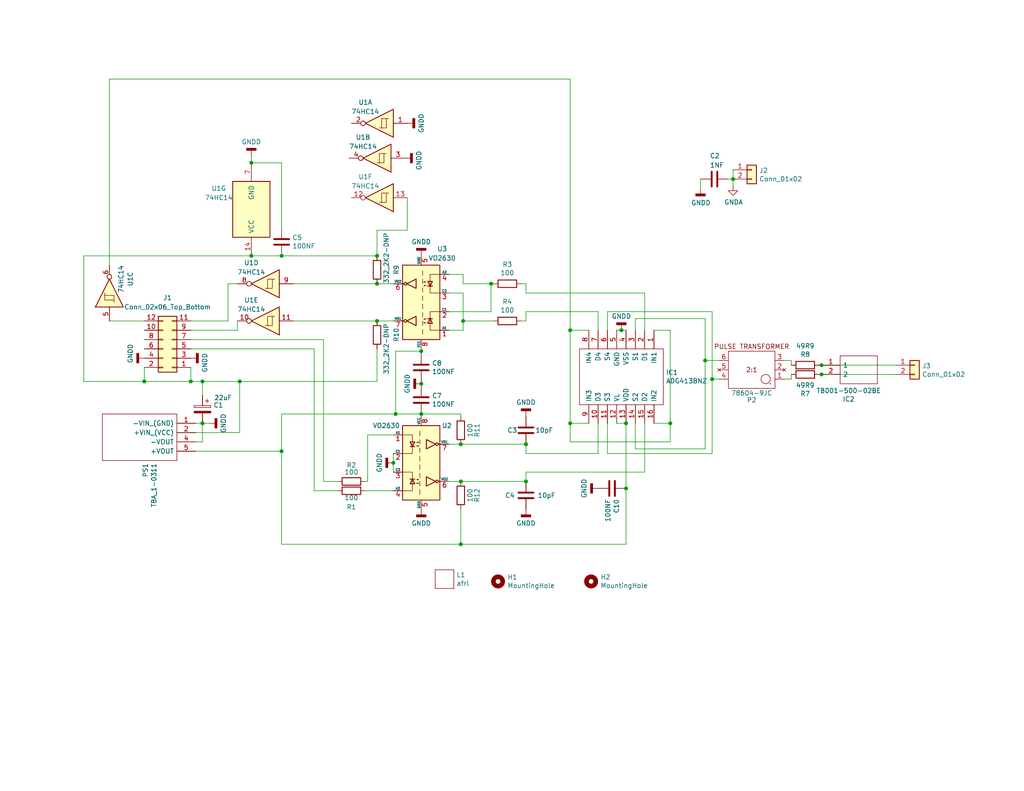
<source format=kicad_sch>
(kicad_sch (version 20230121) (generator eeschema)
  (paper "USLetter")
  (lib_symbols
    (symbol "ADG413BNZ:ADG413BNZ" (pin_names (offset 0.762))
      (property "Reference" "IC" (at 21.59 7.62 0))
      (property "Value" "ADG413BNZ" (at 21.59 5.08 0))
      (symbol "ADG413BNZ_0_0"
        (pin passive line (at 0 0 0) (length 5.08) (name "IN1") (number "1"))
        (pin passive line (at 25.4 -15.24 180) (length 5.08) (name "D3") (number "10"))
        (pin passive line (at 25.4 -12.7 180) (length 5.08) (name "S3") (number "11"))
        (pin passive line (at 25.4 -10.16 180) (length 5.08) (name "VL") (number "12"))
        (pin passive line (at 25.4 -7.62 180) (length 5.08) (name "VDD") (number "13"))
        (pin passive line (at 25.4 -5.08 180) (length 5.08) (name "S2") (number "14"))
        (pin passive line (at 25.4 -2.54 180) (length 5.08) (name "D2") (number "15"))
        (pin passive line (at 25.4 0 180) (length 5.08) (name "IN2") (number "16"))
        (pin passive line (at 0 -2.54 0) (length 5.08) (name "D1") (number "2"))
        (pin passive line (at 0 -5.08 0) (length 5.08) (name "S1") (number "3"))
        (pin passive line (at 0 -7.62 0) (length 5.08) (name "VSS") (number "4"))
        (pin passive line (at 0 -10.16 0) (length 5.08) (name "GND") (number "5"))
        (pin passive line (at 0 -12.7 0) (length 5.08) (name "S4") (number "6"))
        (pin passive line (at 0 -15.24 0) (length 5.08) (name "D4") (number "7"))
        (pin passive line (at 0 -17.78 0) (length 5.08) (name "IN4") (number "8"))
        (pin passive line (at 25.4 -17.78 180) (length 5.08) (name "IN3") (number "9"))
      )
      (symbol "ADG413BNZ_0_1"
        (polyline (pts (xy 5.08 2.54) (xy 20.32 2.54) (xy 20.32 -20.32) (xy 5.08 -20.32) (xy 5.08 2.54)) (stroke (width 0.1524)))
      )
    )
    (symbol "Murata_Pulse_Transformers:78604-9JC" (pin_names (offset 1.016))
      (property "Reference" "P" (at 0 8.89 0))
      (property "Value" "78604-9JC" (at 0 6.35 0))
      (symbol "78604-9JC_0_0"
        (text "2:1" (at 0 0 0) (effects (font (size 1.27 1.27))))
        (text "PULSE TRANSFORMER" (at 0 -6.35 0) (effects (font (size 1.27 1.27))))
      )
      (symbol "78604-9JC_0_1"
        (rectangle (start -6.35 5.08) (end 6.35 -5.08))
        (circle (center -5.08 3.81) (radius 0.0001))
        (circle (center -5.08 3.81) (radius 0.0001))
        (circle (center -3.81 2.54) (radius 1.27))
      )
      (symbol "78604-9JC_1_1"
        (pin passive line (at -8.89 2.54 0) (length 2.54) (name "~") (number "1"))
        (pin no_connect line (at -8.89 0 0) (length 2.54) (name "~") (number "2"))
        (pin passive line (at -8.89 -2.54 0) (length 2.54) (name "~") (number "3"))
        (pin passive line (at 8.89 2.54 180) (length 2.54) (name "~") (number "4"))
        (pin no_connect line (at 8.89 0 180) (length 2.54) (name "~") (number "5"))
        (pin passive line (at 8.89 -2.54 180) (length 2.54) (name "~") (number "6"))
      )
    )
    (symbol "TB001-500-02BE:TB001-500-02BE" (pin_names (offset 0.762))
      (property "Reference" "IC" (at 16.51 7.62 0))
      (property "Value" "TB001-500-02BE" (at 16.51 5.08 0))
      (symbol "TB001-500-02BE_0_0"
        (pin passive line (at 0 0 0) (length 5.08) (name "1") (number "1"))
        (pin passive line (at 0 -2.54 0) (length 5.08) (name "2") (number "2"))
      )
      (symbol "TB001-500-02BE_0_1"
        (polyline (pts (xy 5.08 2.54) (xy 15.24 2.54) (xy 15.24 -5.08) (xy 5.08 -5.08) (xy 5.08 2.54)) (stroke (width 0.1524)))
      )
    )
    (symbol "TBA_1-0311:TBA_1-0311" (pin_names (offset 0.762))
      (property "Reference" "PS" (at 26.67 7.62 0))
      (property "Value" "TBA_1-0311" (at 26.67 5.08 0))
      (symbol "TBA_1-0311_0_0"
        (pin passive line (at 0 0 0) (length 5.08) (name "-VIN_(GND)") (number "1"))
        (pin passive line (at 0 -2.54 0) (length 5.08) (name "+VIN_(VCC)") (number "2"))
        (pin passive line (at 0 -5.08 0) (length 5.08) (name "-VOUT") (number "4"))
        (pin passive line (at 0 -7.62 0) (length 5.08) (name "+VOUT") (number "5"))
      )
      (symbol "TBA_1-0311_0_1"
        (polyline (pts (xy 5.08 2.54) (xy 25.4 2.54) (xy 25.4 -10.16) (xy 5.08 -10.16) (xy 5.08 2.54)) (stroke (width 0.1524)))
      )
    )
    (symbol "pmod_1553-rescue:74HC14-74xx" (pin_names (offset 1.016))
      (property "Reference" "U" (at 0 1.27 0))
      (property "Value" "74xx_74HC14" (at 0 -1.27 0))
      (symbol "74HC14-74xx_1_0"
        (polyline (pts (xy -3.81 3.81) (xy -3.81 -3.81) (xy 3.81 0) (xy -3.81 3.81)) (stroke (width 0.254)) (fill (type background)))
        (pin input line (at -7.62 0 0) (length 3.81) (name "~") (number "1"))
        (pin output inverted (at 7.62 0 180) (length 3.81) (name "~") (number "2"))
      )
      (symbol "74HC14-74xx_1_1"
        (polyline (pts (xy -1.905 -1.27) (xy -1.905 1.27) (xy -0.635 1.27)))
        (polyline (pts (xy -2.54 -1.27) (xy -0.635 -1.27) (xy -0.635 1.27) (xy 0 1.27)))
      )
      (symbol "74HC14-74xx_2_0"
        (polyline (pts (xy -3.81 3.81) (xy -3.81 -3.81) (xy 3.81 0) (xy -3.81 3.81)) (stroke (width 0.254)) (fill (type background)))
        (pin input line (at -7.62 0 0) (length 3.81) (name "~") (number "3"))
        (pin output inverted (at 7.62 0 180) (length 3.81) (name "~") (number "4"))
      )
      (symbol "74HC14-74xx_2_1"
        (polyline (pts (xy -1.905 -1.27) (xy -1.905 1.27) (xy -0.635 1.27)))
        (polyline (pts (xy -2.54 -1.27) (xy -0.635 -1.27) (xy -0.635 1.27) (xy 0 1.27)))
      )
      (symbol "74HC14-74xx_3_0"
        (polyline (pts (xy -3.81 3.81) (xy -3.81 -3.81) (xy 3.81 0) (xy -3.81 3.81)) (stroke (width 0.254)) (fill (type background)))
        (pin input line (at -7.62 0 0) (length 3.81) (name "~") (number "5"))
        (pin output inverted (at 7.62 0 180) (length 3.81) (name "~") (number "6"))
      )
      (symbol "74HC14-74xx_3_1"
        (polyline (pts (xy -1.905 -1.27) (xy -1.905 1.27) (xy -0.635 1.27)))
        (polyline (pts (xy -2.54 -1.27) (xy -0.635 -1.27) (xy -0.635 1.27) (xy 0 1.27)))
      )
      (symbol "74HC14-74xx_4_0"
        (polyline (pts (xy -3.81 3.81) (xy -3.81 -3.81) (xy 3.81 0) (xy -3.81 3.81)) (stroke (width 0.254)) (fill (type background)))
        (pin output inverted (at 7.62 0 180) (length 3.81) (name "~") (number "8"))
        (pin input line (at -7.62 0 0) (length 3.81) (name "~") (number "9"))
      )
      (symbol "74HC14-74xx_4_1"
        (polyline (pts (xy -1.905 -1.27) (xy -1.905 1.27) (xy -0.635 1.27)))
        (polyline (pts (xy -2.54 -1.27) (xy -0.635 -1.27) (xy -0.635 1.27) (xy 0 1.27)))
      )
      (symbol "74HC14-74xx_5_0"
        (polyline (pts (xy -3.81 3.81) (xy -3.81 -3.81) (xy 3.81 0) (xy -3.81 3.81)) (stroke (width 0.254)) (fill (type background)))
        (pin output inverted (at 7.62 0 180) (length 3.81) (name "~") (number "10"))
        (pin input line (at -7.62 0 0) (length 3.81) (name "~") (number "11"))
      )
      (symbol "74HC14-74xx_5_1"
        (polyline (pts (xy -1.905 -1.27) (xy -1.905 1.27) (xy -0.635 1.27)))
        (polyline (pts (xy -2.54 -1.27) (xy -0.635 -1.27) (xy -0.635 1.27) (xy 0 1.27)))
      )
      (symbol "74HC14-74xx_6_0"
        (polyline (pts (xy -3.81 3.81) (xy -3.81 -3.81) (xy 3.81 0) (xy -3.81 3.81)) (stroke (width 0.254)) (fill (type background)))
        (pin output inverted (at 7.62 0 180) (length 3.81) (name "~") (number "12"))
        (pin input line (at -7.62 0 0) (length 3.81) (name "~") (number "13"))
      )
      (symbol "74HC14-74xx_6_1"
        (polyline (pts (xy -1.905 -1.27) (xy -1.905 1.27) (xy -0.635 1.27)))
        (polyline (pts (xy -2.54 -1.27) (xy -0.635 -1.27) (xy -0.635 1.27) (xy 0 1.27)))
      )
      (symbol "74HC14-74xx_7_0"
        (pin power_in line (at 0 12.7 270) (length 5.08) (name "VCC") (number "14"))
        (pin power_in line (at 0 -12.7 90) (length 5.08) (name "GND") (number "7"))
      )
      (symbol "74HC14-74xx_7_1"
        (rectangle (start -5.08 7.62) (end 5.08 -7.62) (stroke (width 0.254)) (fill (type background)))
      )
    )
    (symbol "pmod_1553-rescue:C-Device" (pin_numbers hide) (pin_names (offset 0.254))
      (property "Reference" "C" (at 0.635 2.54 0))
      (property "Value" "Device_C" (at 0.635 -2.54 0))
      (symbol "C-Device_0_1"
        (polyline (pts (xy -2.032 -0.762) (xy 2.032 -0.762)) (stroke (width 0.508)))
        (polyline (pts (xy -2.032 0.762) (xy 2.032 0.762)) (stroke (width 0.508)))
      )
      (symbol "C-Device_1_1"
        (pin passive line (at 0 3.81 270) (length 2.794) (name "~") (number "1"))
        (pin passive line (at 0 -3.81 90) (length 2.794) (name "~") (number "2"))
      )
    )
    (symbol "pmod_1553-rescue:CP-Device" (pin_numbers hide) (pin_names (offset 0.254))
      (property "Reference" "C" (at 0.635 2.54 0))
      (property "Value" "Device_CP" (at 0.635 -2.54 0))
      (symbol "CP-Device_0_1"
        (rectangle (start -2.286 0.508) (end 2.286 1.016))
        (polyline (pts (xy -1.778 2.286) (xy -0.762 2.286)))
        (polyline (pts (xy -1.27 2.794) (xy -1.27 1.778)))
        (rectangle (start 2.286 -0.508) (end -2.286 -1.016) (fill (type outline)))
      )
      (symbol "CP-Device_1_1"
        (pin passive line (at 0 3.81 270) (length 2.794) (name "~") (number "1"))
        (pin passive line (at 0 -3.81 90) (length 2.794) (name "~") (number "2"))
      )
    )
    (symbol "pmod_1553-rescue:Conn_01x02-Connector_Generic" (pin_names (offset 1.016) hide)
      (property "Reference" "J" (at 0 2.54 0))
      (property "Value" "Connector_Generic_Conn_01x02" (at 0 -5.08 0))
      (symbol "Conn_01x02-Connector_Generic_1_1"
        (rectangle (start -1.27 -2.413) (end 0 -2.667) (stroke (width 0.1524)))
        (rectangle (start -1.27 0.127) (end 0 -0.127) (stroke (width 0.1524)))
        (rectangle (start -1.27 1.27) (end 1.27 -3.81) (stroke (width 0.254)) (fill (type background)))
        (pin passive line (at -5.08 0 0) (length 3.81) (name "Pin_1") (number "1"))
        (pin passive line (at -5.08 -2.54 0) (length 3.81) (name "Pin_2") (number "2"))
      )
    )
    (symbol "pmod_1553-rescue:Conn_02x06_Odd_Even-Connector_Generic" (pin_names (offset 1.016) hide)
      (property "Reference" "J" (at 1.27 7.62 0))
      (property "Value" "Connector_Generic_Conn_02x06_Odd_Even" (at 1.27 -10.16 0))
      (symbol "Conn_02x06_Odd_Even-Connector_Generic_1_1"
        (rectangle (start -1.27 -7.493) (end 0 -7.747) (stroke (width 0.1524)))
        (rectangle (start -1.27 -4.953) (end 0 -5.207) (stroke (width 0.1524)))
        (rectangle (start -1.27 -2.413) (end 0 -2.667) (stroke (width 0.1524)))
        (rectangle (start -1.27 0.127) (end 0 -0.127) (stroke (width 0.1524)))
        (rectangle (start -1.27 2.667) (end 0 2.413) (stroke (width 0.1524)))
        (rectangle (start -1.27 5.207) (end 0 4.953) (stroke (width 0.1524)))
        (rectangle (start -1.27 6.35) (end 3.81 -8.89) (stroke (width 0.254)) (fill (type background)))
        (rectangle (start 3.81 -7.493) (end 2.54 -7.747) (stroke (width 0.1524)))
        (rectangle (start 3.81 -4.953) (end 2.54 -5.207) (stroke (width 0.1524)))
        (rectangle (start 3.81 -2.413) (end 2.54 -2.667) (stroke (width 0.1524)))
        (rectangle (start 3.81 0.127) (end 2.54 -0.127) (stroke (width 0.1524)))
        (rectangle (start 3.81 2.667) (end 2.54 2.413) (stroke (width 0.1524)))
        (rectangle (start 3.81 5.207) (end 2.54 4.953) (stroke (width 0.1524)))
        (pin passive line (at -5.08 5.08 0) (length 3.81) (name "Pin_1") (number "1"))
        (pin passive line (at 7.62 -5.08 180) (length 3.81) (name "Pin_10") (number "10"))
        (pin passive line (at -5.08 -7.62 0) (length 3.81) (name "Pin_11") (number "11"))
        (pin passive line (at 7.62 -7.62 180) (length 3.81) (name "Pin_12") (number "12"))
        (pin passive line (at 7.62 5.08 180) (length 3.81) (name "Pin_2") (number "2"))
        (pin passive line (at -5.08 2.54 0) (length 3.81) (name "Pin_3") (number "3"))
        (pin passive line (at 7.62 2.54 180) (length 3.81) (name "Pin_4") (number "4"))
        (pin passive line (at -5.08 0 0) (length 3.81) (name "Pin_5") (number "5"))
        (pin passive line (at 7.62 0 180) (length 3.81) (name "Pin_6") (number "6"))
        (pin passive line (at -5.08 -2.54 0) (length 3.81) (name "Pin_7") (number "7"))
        (pin passive line (at 7.62 -2.54 180) (length 3.81) (name "Pin_8") (number "8"))
        (pin passive line (at -5.08 -5.08 0) (length 3.81) (name "Pin_9") (number "9"))
      )
    )
    (symbol "pmod_1553-rescue:GNDA-power" (power) (pin_names (offset 0))
      (property "Value" "GNDA-power" (at 0 -3.81 0))
      (symbol "GNDA-power_0_1"
        (polyline (pts (xy 0 0) (xy 0 -1.27) (xy 1.27 -1.27) (xy 0 -2.54) (xy -1.27 -1.27) (xy 0 -1.27)))
      )
      (symbol "GNDA-power_1_1"
        (pin power_in line (at 0 0 270) (length 0) hide (name "GNDA") (number "1"))
      )
    )
    (symbol "pmod_1553-rescue:GNDD-power" (power) (pin_names (offset 0))
      (property "Value" "GNDD-power" (at 0 -3.175 0))
      (symbol "GNDD-power_0_1"
        (rectangle (start -1.27 -1.524) (end 1.27 -2.032) (stroke (width 0.254)) (fill (type outline)))
        (polyline (pts (xy 0 0) (xy 0 -1.524)))
      )
      (symbol "GNDD-power_1_1"
        (pin power_in line (at 0 0 270) (length 0) hide (name "GNDD") (number "1"))
      )
    )
    (symbol "pmod_1553-rescue:MountingHole-Mechanical" (pin_names (offset 1.016))
      (property "Reference" "H" (at 0 5.08 0))
      (property "Value" "Mechanical_MountingHole" (at 0 3.175 0))
      (symbol "MountingHole-Mechanical_0_1"
        (circle (center 0 0) (radius 1.27) (stroke (width 1.27)))
      )
    )
    (symbol "pmod_1553-rescue:R-Device" (pin_numbers hide) (pin_names (offset 0))
      (property "Reference" "R" (at 2.032 0 90))
      (property "Value" "Device_R" (at 0 0 90))
      (symbol "R-Device_0_1"
        (rectangle (start -1.016 -2.54) (end 1.016 2.54) (stroke (width 0.254)))
      )
      (symbol "R-Device_1_1"
        (pin passive line (at 0 3.81 270) (length 1.27) (name "~") (number "1"))
        (pin passive line (at 0 -3.81 90) (length 1.27) (name "~") (number "2"))
      )
    )
    (symbol "pmod_1553-rescue:VO2630-Isolator" (pin_names (offset 0))
      (property "Reference" "U" (at -4.064 11.43 0))
      (property "Value" "Isolator_VO2630" (at 7.62 11.43 0))
      (symbol "VO2630-Isolator_1_1"
        (rectangle (start -5.08 10.16) (end 5.08 -10.16) (stroke (width 0.254)) (fill (type background)))
        (polyline (pts (xy -3.048 -4.445) (xy -1.778 -4.445)) (stroke (width 0.254)))
        (polyline (pts (xy -3.048 4.445) (xy -1.778 4.445)) (stroke (width 0.254)))
        (polyline (pts (xy -0.381 -7.366) (xy -0.381 -8.636)))
        (polyline (pts (xy -0.381 -5.08) (xy -0.381 -6.35)))
        (polyline (pts (xy -0.381 -2.794) (xy -0.381 -4.064)))
        (polyline (pts (xy -0.381 -0.508) (xy -0.381 -1.778)))
        (polyline (pts (xy -0.381 1.778) (xy -0.381 0.508)))
        (polyline (pts (xy -0.381 4.064) (xy -0.381 2.794)))
        (polyline (pts (xy -0.381 6.35) (xy -0.381 5.08)))
        (polyline (pts (xy -0.381 8.636) (xy -0.381 7.366)))
        (polyline (pts (xy 4.699 -5.08) (xy 5.207 -5.08)) (stroke (width 0.254)))
        (polyline (pts (xy 4.699 5.08) (xy 5.334 5.08)) (stroke (width 0.254)))
        (polyline (pts (xy -4.953 -7.62) (xy -2.413 -7.62) (xy -2.413 -5.715)))
        (polyline (pts (xy -4.953 7.62) (xy -2.413 7.62) (xy -2.413 4.318)))
        (polyline (pts (xy -2.413 -5.842) (xy -2.413 -2.54) (xy -4.953 -2.54)))
        (polyline (pts (xy -2.413 4.445) (xy -2.413 2.54) (xy -4.953 2.54)))
        (polyline (pts (xy -2.413 -4.445) (xy -3.048 -5.715) (xy -1.778 -5.715) (xy -2.413 -4.445)) (stroke (width 0.254)))
        (polyline (pts (xy -2.413 4.445) (xy -3.048 5.715) (xy -1.778 5.715) (xy -2.413 4.445)) (stroke (width 0.254)))
        (polyline (pts (xy 3.937 -5.08) (xy 1.397 -3.81) (xy 1.397 -6.35) (xy 3.937 -5.08)) (stroke (width 0.254)))
        (polyline (pts (xy 3.937 5.08) (xy 1.397 6.35) (xy 1.397 3.81) (xy 3.937 5.08)) (stroke (width 0.254)))
        (polyline (pts (xy -1.397 -5.588) (xy -0.635 -5.588) (xy -1.016 -5.715) (xy -1.016 -5.461) (xy -0.635 -5.588)) (stroke (width 0.127)))
        (polyline (pts (xy -1.397 -4.572) (xy -0.635 -4.572) (xy -1.016 -4.699) (xy -1.016 -4.445) (xy -0.635 -4.572)) (stroke (width 0.127)))
        (polyline (pts (xy -1.397 4.572) (xy -0.635 4.572) (xy -1.016 4.445) (xy -1.016 4.699) (xy -0.635 4.572)) (stroke (width 0.127)))
        (polyline (pts (xy -1.397 5.588) (xy -0.635 5.588) (xy -1.016 5.461) (xy -1.016 5.715) (xy -0.635 5.588)) (stroke (width 0.127)))
        (circle (center 4.318 -5.08) (radius 0.3556) (stroke (width 0.254)))
        (circle (center 4.318 5.08) (radius 0.3556) (stroke (width 0.254)))
        (pin passive line (at -7.62 7.62 0) (length 2.54) (name "A1") (number "1"))
        (pin passive line (at -7.62 2.54 0) (length 2.54) (name "C1") (number "2"))
        (pin passive line (at -7.62 -2.54 0) (length 2.54) (name "C2") (number "3"))
        (pin passive line (at -7.62 -7.62 0) (length 2.54) (name "A2") (number "4"))
        (pin power_in line (at 0 -12.7 90) (length 2.54) (name "GND") (number "5"))
        (pin open_collector line (at 7.62 -5.08 180) (length 2.54) (name "VO2") (number "6"))
        (pin open_collector line (at 7.62 5.08 180) (length 2.54) (name "VO1") (number "7"))
        (pin power_in line (at 0 12.7 270) (length 2.54) (name "VCC") (number "8"))
      )
    )
    (symbol "pmod_1553-rescue:afrl-logo" (pin_names (offset 1.016))
      (property "Reference" "L" (at 0 3.81 0))
      (property "Value" "logo_afrl" (at 0 0 0))
      (symbol "afrl-logo_0_1"
        (rectangle (start -2.54 2.54) (end 2.54 -2.54))
      )
    )
  )
  (junction (at 143.51 121.285))
  (junction (at 39.37 104.14))
  (junction (at 76.835 69.85))
  (junction (at 125.73 148.59))
  (junction (at 76.835 123.19))
  (junction (at 114.935 95.885))
  (junction (at 126.365 87.63))
  (junction (at 65.405 104.14))
  (junction (at 143.51 131.445))
  (junction (at 68.58 69.85))
  (junction (at 107.315 126.365))
  (junction (at 133.985 77.47))
  (junction (at 182.88 115.57))
  (junction (at 102.87 77.47))
  (junction (at 68.58 44.45))
  (junction (at 114.935 104.775))
  (junction (at 155.575 90.17))
  (junction (at 155.575 115.57))
  (junction (at 224.155 99.695))
  (junction (at 125.73 121.285))
  (junction (at 170.815 133.35))
  (junction (at 52.07 104.14))
  (junction (at 200.025 48.895))
  (junction (at 224.155 102.235))
  (junction (at 102.87 87.63))
  (junction (at 169.545 90.17))
  (junction (at 170.815 115.57))
  (junction (at 107.95 113.03))
  (junction (at 125.73 131.445))
  (junction (at 194.31 103.505))
  (junction (at 114.935 113.03))
  (junction (at 192.405 98.425))
  (junction (at 102.87 69.85))
  (junction (at 55.245 104.14))
  (junction (at 55.245 115.57))
  (wire (pts (xy 182.88 90.17) (xy 178.435 90.17)))
  (wire (pts (xy 122.555 85.09) (xy 133.985 85.09)))
  (wire (pts (xy 55.245 107.95) (xy 55.245 104.14)))
  (wire (pts (xy 111.125 62.865) (xy 111.125 53.975)))
  (wire (pts (xy 155.575 90.17) (xy 155.575 115.57)))
  (wire (pts (xy 143.51 123.825) (xy 163.195 123.825)))
  (wire (pts (xy 133.985 85.09) (xy 133.985 77.47)))
  (wire (pts (xy 107.315 87.63) (xy 102.87 87.63)))
  (wire (pts (xy 62.23 87.63) (xy 62.23 77.47)))
  (wire (pts (xy 114.935 104.14) (xy 114.935 104.775)))
  (wire (pts (xy 244.475 102.235) (xy 224.155 102.235)))
  (wire (pts (xy 102.87 69.85) (xy 102.87 62.865)))
  (wire (pts (xy 133.985 77.47) (xy 134.62 77.47)))
  (wire (pts (xy 76.835 113.03) (xy 76.835 123.19)))
  (wire (pts (xy 170.815 115.57) (xy 168.275 115.57)))
  (wire (pts (xy 200.025 48.895) (xy 198.755 48.895)))
  (wire (pts (xy 182.88 120.65) (xy 182.88 115.57)))
  (wire (pts (xy 175.895 128.905) (xy 175.895 115.57)))
  (wire (pts (xy 114.935 95.885) (xy 107.95 95.885)))
  (wire (pts (xy 39.37 104.14) (xy 22.86 104.14)))
  (wire (pts (xy 52.07 104.14) (xy 55.245 104.14)))
  (wire (pts (xy 215.9 103.505) (xy 213.995 103.505)))
  (wire (pts (xy 223.52 99.695) (xy 224.155 99.695)))
  (wire (pts (xy 85.725 95.25) (xy 85.725 133.985)))
  (wire (pts (xy 126.365 74.93) (xy 122.555 74.93)))
  (wire (pts (xy 175.895 80.01) (xy 175.895 90.17)))
  (wire (pts (xy 114.935 95.25) (xy 114.935 95.885)))
  (wire (pts (xy 125.73 148.59) (xy 76.835 148.59)))
  (wire (pts (xy 194.31 85.09) (xy 165.735 85.09)))
  (wire (pts (xy 126.365 80.01) (xy 126.365 87.63)))
  (wire (pts (xy 173.355 90.17) (xy 173.355 86.995)))
  (wire (pts (xy 143.51 128.905) (xy 143.51 131.445)))
  (wire (pts (xy 196.215 98.425) (xy 192.405 98.425)))
  (wire (pts (xy 107.315 123.825) (xy 107.315 126.365)))
  (wire (pts (xy 55.245 120.65) (xy 55.245 115.57)))
  (wire (pts (xy 224.155 102.235) (xy 223.52 102.235)))
  (wire (pts (xy 155.575 115.57) (xy 155.575 120.65)))
  (wire (pts (xy 192.405 98.425) (xy 192.405 122.555)))
  (wire (pts (xy 100.33 131.445) (xy 100.33 118.745)))
  (wire (pts (xy 125.73 113.03) (xy 114.935 113.03)))
  (wire (pts (xy 191.135 48.895) (xy 191.135 51.435)))
  (wire (pts (xy 114.935 113.665) (xy 114.935 113.03)))
  (wire (pts (xy 163.195 85.09) (xy 163.195 90.17)))
  (wire (pts (xy 55.245 104.14) (xy 65.405 104.14)))
  (wire (pts (xy 125.73 139.065) (xy 125.73 148.59)))
  (wire (pts (xy 102.87 77.47) (xy 107.315 77.47)))
  (wire (pts (xy 200.025 50.8) (xy 200.025 48.895)))
  (wire (pts (xy 194.31 85.09) (xy 194.31 103.505)))
  (wire (pts (xy 125.73 148.59) (xy 170.815 148.59)))
  (wire (pts (xy 39.37 87.63) (xy 29.845 87.63)))
  (wire (pts (xy 64.77 87.63) (xy 64.77 90.17)))
  (wire (pts (xy 80.01 87.63) (xy 102.87 87.63)))
  (wire (pts (xy 76.835 62.23) (xy 76.835 44.45)))
  (wire (pts (xy 85.725 133.985) (xy 92.075 133.985)))
  (wire (pts (xy 192.405 122.555) (xy 173.355 122.555)))
  (wire (pts (xy 169.545 90.17) (xy 170.815 90.17)))
  (wire (pts (xy 68.58 44.45) (xy 76.835 44.45)))
  (wire (pts (xy 88.265 92.71) (xy 52.07 92.71)))
  (wire (pts (xy 165.735 123.825) (xy 194.31 123.825)))
  (wire (pts (xy 126.365 77.47) (xy 126.365 74.93)))
  (wire (pts (xy 155.575 120.65) (xy 182.88 120.65)))
  (wire (pts (xy 244.475 99.695) (xy 224.155 99.695)))
  (wire (pts (xy 122.555 131.445) (xy 125.73 131.445)))
  (wire (pts (xy 62.23 77.47) (xy 64.77 77.47)))
  (wire (pts (xy 29.845 72.39) (xy 29.845 21.59)))
  (wire (pts (xy 76.835 113.03) (xy 107.95 113.03)))
  (wire (pts (xy 194.31 103.505) (xy 194.31 123.825)))
  (wire (pts (xy 125.73 121.285) (xy 143.51 121.285)))
  (wire (pts (xy 76.835 148.59) (xy 76.835 123.19)))
  (wire (pts (xy 99.695 131.445) (xy 100.33 131.445)))
  (wire (pts (xy 215.9 99.695) (xy 215.9 98.425)))
  (wire (pts (xy 160.655 90.17) (xy 155.575 90.17)))
  (wire (pts (xy 192.405 86.995) (xy 192.405 98.425)))
  (wire (pts (xy 125.73 113.665) (xy 125.73 113.03)))
  (wire (pts (xy 126.365 90.17) (xy 122.555 90.17)))
  (wire (pts (xy 143.51 87.63) (xy 142.24 87.63)))
  (wire (pts (xy 102.87 104.14) (xy 65.405 104.14)))
  (wire (pts (xy 215.9 103.505) (xy 215.9 102.235)))
  (wire (pts (xy 100.33 118.745) (xy 107.315 118.745)))
  (wire (pts (xy 65.405 118.11) (xy 65.405 104.14)))
  (wire (pts (xy 143.51 85.09) (xy 143.51 87.63)))
  (wire (pts (xy 143.51 128.905) (xy 175.895 128.905)))
  (wire (pts (xy 173.355 122.555) (xy 173.355 115.57)))
  (wire (pts (xy 53.34 115.57) (xy 55.245 115.57)))
  (wire (pts (xy 52.07 87.63) (xy 62.23 87.63)))
  (wire (pts (xy 107.315 126.365) (xy 107.315 128.905)))
  (wire (pts (xy 53.34 123.19) (xy 76.835 123.19)))
  (wire (pts (xy 143.51 77.47) (xy 142.24 77.47)))
  (wire (pts (xy 114.935 95.885) (xy 114.935 96.52)))
  (wire (pts (xy 126.365 87.63) (xy 134.62 87.63)))
  (wire (pts (xy 52.07 104.14) (xy 39.37 104.14)))
  (wire (pts (xy 107.95 95.885) (xy 107.95 113.03)))
  (wire (pts (xy 102.87 62.865) (xy 111.125 62.865)))
  (wire (pts (xy 22.86 69.85) (xy 68.58 69.85)))
  (wire (pts (xy 53.34 120.65) (xy 55.245 120.65)))
  (wire (pts (xy 170.815 148.59) (xy 170.815 133.35)))
  (wire (pts (xy 168.275 90.17) (xy 169.545 90.17)))
  (wire (pts (xy 126.365 77.47) (xy 133.985 77.47)))
  (wire (pts (xy 143.51 80.01) (xy 175.895 80.01)))
  (wire (pts (xy 200.025 48.895) (xy 200.025 46.355)))
  (wire (pts (xy 143.51 121.285) (xy 143.51 123.825)))
  (wire (pts (xy 178.435 115.57) (xy 182.88 115.57)))
  (wire (pts (xy 155.575 21.59) (xy 155.575 90.17)))
  (wire (pts (xy 163.195 123.825) (xy 163.195 115.57)))
  (wire (pts (xy 64.77 90.17) (xy 52.07 90.17)))
  (wire (pts (xy 68.58 69.85) (xy 76.835 69.85)))
  (wire (pts (xy 88.265 131.445) (xy 88.265 92.71)))
  (wire (pts (xy 80.01 77.47) (xy 102.87 77.47)))
  (wire (pts (xy 107.95 113.03) (xy 114.935 113.03)))
  (wire (pts (xy 52.07 100.33) (xy 52.07 104.14)))
  (wire (pts (xy 182.88 115.57) (xy 182.88 90.17)))
  (wire (pts (xy 155.575 115.57) (xy 160.655 115.57)))
  (wire (pts (xy 173.355 86.995) (xy 192.405 86.995)))
  (wire (pts (xy 165.735 115.57) (xy 165.735 123.825)))
  (wire (pts (xy 76.835 69.85) (xy 102.87 69.85)))
  (wire (pts (xy 29.845 21.59) (xy 155.575 21.59)))
  (wire (pts (xy 122.555 121.285) (xy 125.73 121.285)))
  (wire (pts (xy 170.815 133.35) (xy 170.815 115.57)))
  (wire (pts (xy 196.215 103.505) (xy 194.31 103.505)))
  (wire (pts (xy 126.365 87.63) (xy 126.365 90.17)))
  (wire (pts (xy 125.73 131.445) (xy 143.51 131.445)))
  (wire (pts (xy 143.51 80.01) (xy 143.51 77.47)))
  (wire (pts (xy 114.935 104.775) (xy 114.935 105.41)))
  (wire (pts (xy 143.51 85.09) (xy 163.195 85.09)))
  (wire (pts (xy 215.9 98.425) (xy 213.995 98.425)))
  (wire (pts (xy 39.37 104.14) (xy 39.37 100.33)))
  (wire (pts (xy 122.555 80.01) (xy 126.365 80.01)))
  (wire (pts (xy 53.34 118.11) (xy 65.405 118.11)))
  (wire (pts (xy 55.245 115.57) (xy 57.15 115.57)))
  (wire (pts (xy 102.87 95.25) (xy 102.87 104.14)))
  (wire (pts (xy 52.07 95.25) (xy 85.725 95.25)))
  (wire (pts (xy 22.86 104.14) (xy 22.86 69.85)))
  (wire (pts (xy 92.075 131.445) (xy 88.265 131.445)))
  (wire (pts (xy 68.58 44.45) (xy 68.58 42.545)))
  (wire (pts (xy 107.315 133.985) (xy 99.695 133.985)))
  (wire (pts (xy 165.735 85.09) (xy 165.735 90.17)))
  (symbol (lib_id "pmod_1553-rescue:Conn_02x06_Odd_Even-Connector_Generic") (at 46.99 95.25 180) (unit 1)
    (property "Reference" "J1" (at 45.72 81.28 0))
    (property "Value" "Conn_02x06_Top_Bottom" (at 45.72 83.82 0))
    (property "Footprint" "Connector_PinHeader_2.54mm:PinHeader_2x06_P2.54mm_Horizontal" (effects hide))
    (property "Vendor" "Amphenol-FCI/10129382-912001BLF" (effects hide))
  )
  (symbol (lib_id "pmod_1553-rescue:VO2630-Isolator") (at 114.935 126.365 0) (unit 1)
    (property "Reference" "U2" (at 121.92 116.205 0))
    (property "Value" "VO2630" (at 105.41 116.205 0))
    (property "Footprint" "Package_DIP:DIP-8_W7.62mm" (effects hide))
    (property "Datasheet" "https://www.vishay.com/doc?84732" (effects hide))
    (property "Vendor" "Vishay-Semiconductors/VO2630?qs=xCMk%252BIHWTZOuc1EdsOwr1g%3D%3D" (effects hide))
  )
  (symbol (lib_id "pmod_1553-rescue:VO2630-Isolator") (at 114.935 82.55 180) (unit 1)
    (property "Reference" "U3" (at 120.65 67.945 0))
    (property "Value" "VO2630" (at 120.65 70.485 0))
    (property "Footprint" "Package_DIP:DIP-8_W7.62mm" (effects hide))
    (property "Datasheet" "https://www.vishay.com/doc?84732" (effects hide))
    (property "Vendor" "Vishay-Semiconductors/VO2630" (effects hide))
  )
  (symbol (lib_id "pmod_1553-rescue:R-Device") (at 95.885 133.985 270) (unit 1)
    (property "Reference" "R1" (at 95.885 138.43 90))
    (property "Value" "100" (at 95.885 135.89 90))
    (property "Footprint" "Resistor_THT:R_Axial_DIN0207_L6.3mm_D2.5mm_P7.62mm_Horizontal" (effects hide))
    (property "Vendor" "TE-Connectivity-Holsworthy/YR1B100RCC" (effects hide))
  )
  (symbol (lib_id "pmod_1553-rescue:R-Device") (at 95.885 131.445 270) (unit 1)
    (property "Reference" "R2" (at 95.885 127 90))
    (property "Value" "100" (at 95.885 128.905 90))
    (property "Footprint" "Resistor_THT:R_Axial_DIN0207_L6.3mm_D2.5mm_P7.62mm_Horizontal" (effects hide))
    (property "Vendor" "TE-Connectivity-Holsworthy/YR1B100RCC" (effects hide))
  )
  (symbol (lib_id "pmod_1553-rescue:R-Device") (at 138.43 77.47 270) (unit 1)
    (property "Reference" "R3" (at 138.43 72.2122 90))
    (property "Value" "100" (at 138.43 74.5236 90))
    (property "Footprint" "Resistor_THT:R_Axial_DIN0207_L6.3mm_D2.5mm_P7.62mm_Horizontal" (effects hide))
    (property "Vendor" "TE-Connectivity-Holsworthy/YR1B100RCC" (effects hide))
  )
  (symbol (lib_id "pmod_1553-rescue:R-Device") (at 138.43 87.63 270) (unit 1)
    (property "Reference" "R4" (at 138.43 82.3722 90))
    (property "Value" "100" (at 138.43 84.6836 90))
    (property "Footprint" "Resistor_THT:R_Axial_DIN0207_L6.3mm_D2.5mm_P7.62mm_Horizontal" (effects hide))
    (property "Vendor" "TE-Connectivity-Holsworthy/YR1B100RCC" (effects hide))
  )
  (symbol (lib_id "pmod_1553-rescue:C-Device") (at 143.51 117.475 0) (unit 1)
    (property "Reference" "C3" (at 138.43 117.475 0) (effects (justify left)))
    (property "Value" "10pF" (at 146.05 117.475 0) (effects (justify left)))
    (property "Footprint" "Capacitor_THT:C_Disc_D4.7mm_W2.5mm_P5.00mm" (effects hide))
    (property "Vendor" "TDK/FK18C0G1H100D" (effects hide))
  )
  (symbol (lib_id "pmod_1553-rescue:C-Device") (at 143.51 135.255 0) (unit 1)
    (property "Reference" "C4" (at 137.795 135.255 0) (effects (justify left)))
    (property "Value" "10pF" (at 146.685 135.255 0) (effects (justify left)))
    (property "Footprint" "Capacitor_THT:C_Disc_D4.7mm_W2.5mm_P5.00mm" (effects hide))
    (property "Vendor" "TDK/FK18C0G1H100D" (effects hide))
  )
  (symbol (lib_id "Murata_Pulse_Transformers:78604-9JC") (at 205.105 100.965 180) (unit 1)
    (property "Reference" "P2" (at 205.105 109.22 0))
    (property "Value" "78604-9JC" (at 205.105 107.315 0))
    (property "Footprint" "murata_pulse_transformers:78604-9JC" (effects hide))
    (property "Vendor" "Murata-Power-Solutions/78604-9JC" (effects hide))
  )
  (symbol (lib_id "pmod_1553-rescue:R-Device") (at 219.71 102.235 270) (mirror x) (unit 1)
    (property "Reference" "R7" (at 219.71 107.4928 90))
    (property "Value" "49R9" (at 219.71 105.1814 90))
    (property "Footprint" "Resistor_THT:R_Axial_DIN0207_L6.3mm_D2.5mm_P7.62mm_Horizontal" (effects hide))
    (property "Vendor" "TE-Connectivity-Holsworthy/YR1B49R9CC" (effects hide))
  )
  (symbol (lib_id "pmod_1553-rescue:R-Device") (at 219.71 99.695 270) (mirror x) (unit 1)
    (property "Reference" "R8" (at 219.71 96.774 90))
    (property "Value" "49R9" (at 219.71 94.4626 90))
    (property "Footprint" "Resistor_THT:R_Axial_DIN0207_L6.3mm_D2.5mm_P7.62mm_Horizontal" (effects hide))
    (property "Vendor" "TE-Connectivity-Holsworthy/YR1B49R9CC" (effects hide))
  )
  (symbol (lib_id "pmod_1553-rescue:R-Device") (at 125.73 117.475 180) (unit 1)
    (property "Reference" "R11" (at 130.175 117.475 90))
    (property "Value" "100" (at 128.27 117.475 90))
    (property "Footprint" "Resistor_THT:R_Axial_DIN0207_L6.3mm_D2.5mm_P7.62mm_Horizontal" (effects hide))
    (property "Vendor" "TE-Connectivity-Holsworthy/YR1B100RCC" (effects hide))
  )
  (symbol (lib_id "pmod_1553-rescue:R-Device") (at 125.73 135.255 180) (unit 1)
    (property "Reference" "R12" (at 130.175 135.255 90))
    (property "Value" "100" (at 128.27 135.255 90))
    (property "Footprint" "Resistor_THT:R_Axial_DIN0207_L6.3mm_D2.5mm_P7.62mm_Horizontal" (effects hide))
    (property "Vendor" "TE-Connectivity-Holsworthy/YR1B100RCC" (effects hide))
  )
  (symbol (lib_id "pmod_1553-rescue:R-Device") (at 102.87 91.44 180) (unit 1)
    (property "Reference" "R10" (at 108.1278 91.44 90))
    (property "Value" "332_2K2-DNP" (at 105.41 95.25 90))
    (property "Footprint" "Resistor_THT:R_Axial_DIN0207_L6.3mm_D2.5mm_P7.62mm_Horizontal" (effects hide))
    (property "Vendor" "TE-Connectivity-Holsworthy/YR1B332RCC" (effects hide))
  )
  (symbol (lib_id "pmod_1553-rescue:R-Device") (at 102.87 73.66 180) (unit 1)
    (property "Reference" "R9" (at 108.1278 73.66 90))
    (property "Value" "332_2K2-DNP" (at 105.41 70.485 90))
    (property "Footprint" "Resistor_THT:R_Axial_DIN0207_L6.3mm_D2.5mm_P7.62mm_Horizontal" (effects hide))
    (property "Vendor" "TE-Connectivity-Holsworthy/YR1B332RCC" (effects hide))
  )
  (symbol (lib_id "TB001-500-02BE:TB001-500-02BE") (at 224.155 99.695 0) (unit 1)
    (property "Reference" "IC2" (at 231.5718 108.966 0))
    (property "Value" "TB001-500-02BE" (at 231.5718 106.6546 0))
    (property "Footprint" "cui:TB00150002BE" (effects hide))
    (property "Datasheet" "https://br.mouser.com/datasheet/2/670/tb001-500-1550615.pdf" (effects hide))
    (property "Description" "Fixed Terminal Blocks screw type, 5.00, horizontal, 2 poles, CUI Blue, slotted screw, PCB mount" (effects hide))
    (property "Height" "12.9" (effects hide))
    (property "Manufacturer_Name" "CUI Inc." (effects hide))
    (property "Manufacturer_Part_Number" "TB001-500-02BE" (effects hide))
    (property "Mouser Part Number" "490-TB001-500-02BE" (effects hide))
    (property "Mouser Price/Stock" "https://www.mouser.co.uk/ProductDetail/CUI-Devices/TB001-500-02BE?qs=vLWxofP3U2zBBnHgU5u3DA%3D%3D" (effects hide))
    (property "Arrow Part Number" "TB001-500-02BE" (effects hide))
    (property "Arrow Price/Stock" "https://www.arrow.com/en/products/tb001-500-02be/cui-devices" (effects hide))
    (property "Vendor" "CUI-Devices/TB001-500-02BE" (effects hide))
  )
  (symbol (lib_id "pmod_1553-rescue:GNDD-power") (at 143.51 113.665 180) (unit 1)
    (property "Reference" "#PWR07" (effects hide))
    (property "Value" "GNDD" (at 143.51 109.855 0))
  )
  (symbol (lib_id "pmod_1553-rescue:MountingHole-Mechanical") (at 135.89 158.75 0) (unit 1)
    (property "Reference" "H1" (at 138.43 157.5816 0) (effects (justify left)))
    (property "Value" "MountingHole" (at 138.43 159.893 0) (effects (justify left)))
    (property "Footprint" "MountingHole:MountingHole_2.2mm_M2_DIN965" (effects hide))
  )
  (symbol (lib_id "pmod_1553-rescue:MountingHole-Mechanical") (at 161.29 158.75 0) (unit 1)
    (property "Reference" "H2" (at 163.83 157.5816 0) (effects (justify left)))
    (property "Value" "MountingHole" (at 163.83 159.893 0) (effects (justify left)))
    (property "Footprint" "MountingHole:MountingHole_2.2mm_M2_DIN965" (effects hide))
  )
  (symbol (lib_id "pmod_1553-rescue:GNDA-power") (at 200.025 50.8 0) (unit 1)
    (property "Reference" "#PWR09" (effects hide))
    (property "Value" "GNDA" (at 200.152 55.1942 0))
  )
  (symbol (lib_id "pmod_1553-rescue:GNDD-power") (at 191.135 51.435 0) (unit 1)
    (property "Reference" "#PWR05" (effects hide))
    (property "Value" "GNDD" (at 191.2366 55.372 0))
  )
  (symbol (lib_id "pmod_1553-rescue:C-Device") (at 194.945 48.895 270) (unit 1)
    (property "Reference" "C2" (at 193.675 42.545 90) (effects (justify left)))
    (property "Value" "1NF" (at 193.675 45.085 90) (effects (justify left)))
    (property "Footprint" "Capacitor_THT:C_Disc_D4.7mm_W2.5mm_P5.00mm" (effects hide))
    (property "Vendor" "TDK/CK45-B3AD102KYNNA" (effects hide))
  )
  (symbol (lib_id "pmod_1553-rescue:Conn_01x02-Connector_Generic") (at 205.105 46.355 0) (unit 1)
    (property "Reference" "J2" (at 207.137 46.5582 0) (effects (justify left)))
    (property "Value" "Conn_01x02" (at 207.137 48.8696 0) (effects (justify left)))
    (property "Footprint" "Connector_Molex:Molex_KK-254_AE-6410-02A_1x02_P2.54mm_Vertical" (effects hide))
    (property "Vendor" "Molex/22-29-2021" (effects hide))
  )
  (symbol (lib_id "TBA_1-0311:TBA_1-0311") (at 53.34 115.57 0) (mirror y) (unit 1)
    (property "Reference" "PS1" (at 39.6748 126.4412 90) (effects (justify right)))
    (property "Value" "TBA_1-0311" (at 41.9862 126.4412 90) (effects (justify right)))
    (property "Footprint" "traco:TBA10311" (effects hide))
    (property "Datasheet" "https://componentsearchengine.com/Datasheets/1/TBA 1-0511.pdf" (effects hide))
    (property "Description" "TRACO POWER - TBA 1-0311 - Isolated Board Mount DC/DC Converter, ITE, 1 Output, 1 W, 5 V, 200 mA" (effects hide))
    (property "Height" "10.5" (effects hide))
    (property "Manufacturer_Name" "Traco Power" (effects hide))
    (property "Manufacturer_Part_Number" "TBA 1-0311" (effects hide))
    (property "Mouser Part Number" "495-TBA1-0311" (effects hide))
    (property "Mouser Price/Stock" "https://www.mouser.co.uk/ProductDetail/TRACO-Power/TBA-1-0311?qs=byeeYqUIh0OdVWzHzjZFAA%3D%3D" (effects hide))
    (property "Vendor" "TRACO-Power/TBA-1-0311" (effects hide))
  )
  (symbol (lib_id "pmod_1553-rescue:GNDD-power") (at 57.15 115.57 90) (mirror x) (unit 1)
    (property "Reference" "#PWR03" (effects hide))
    (property "Value" "GNDD" (at 60.96 115.57 0))
  )
  (symbol (lib_id "pmod_1553-rescue:GNDD-power") (at 107.315 126.365 270) (unit 1)
    (property "Reference" "#PWR04" (effects hide))
    (property "Value" "GNDD" (at 103.505 126.365 0))
  )
  (symbol (lib_id "pmod_1553-rescue:CP-Device") (at 55.245 111.76 0) (mirror y) (unit 1)
    (property "Reference" "C1" (at 58.2422 110.5916 0) (effects (justify right)))
    (property "Value" "22uF" (at 58.42 108.585 0) (effects (justify right)))
    (property "Footprint" "Capacitor_THT:CP_Radial_D5.0mm_P2.50mm" (effects hide))
    (property "Vendor" "Nichicon/647-UPW1A220MDD" (effects hide))
  )
  (symbol (lib_id "pmod_1553-rescue:GNDD-power") (at 52.07 97.79 90) (unit 1)
    (property "Reference" "#PWR02" (effects hide))
    (property "Value" "GNDD" (at 55.88 99.06 0))
  )
  (symbol (lib_id "pmod_1553-rescue:GNDD-power") (at 39.37 97.79 270) (unit 1)
    (property "Reference" "#PWR01" (effects hide))
    (property "Value" "GNDD" (at 35.56 96.52 0))
  )
  (symbol (lib_id "pmod_1553-rescue:C-Device") (at 114.935 100.33 0) (unit 1)
    (property "Reference" "C8" (at 117.856 99.1616 0) (effects (justify left)))
    (property "Value" "100NF" (at 117.856 101.473 0) (effects (justify left)))
    (property "Footprint" "Capacitor_THT:C_Disc_D4.7mm_W2.5mm_P5.00mm" (effects hide))
    (property "Vendor" "TDK/FK26C0G1H104J" (effects hide))
  )
  (symbol (lib_id "pmod_1553-rescue:C-Device") (at 114.935 109.22 0) (unit 1)
    (property "Reference" "C7" (at 117.856 108.0516 0) (effects (justify left)))
    (property "Value" "100NF" (at 117.856 110.363 0) (effects (justify left)))
    (property "Footprint" "Capacitor_THT:C_Disc_D4.7mm_W2.5mm_P5.00mm" (effects hide))
    (property "Vendor" "TDK/FK26C0G1H104J" (effects hide))
  )
  (symbol (lib_id "pmod_1553-rescue:GNDD-power") (at 114.935 104.775 270) (unit 1)
    (property "Reference" "#PWR010" (effects hide))
    (property "Value" "GNDD" (at 111.125 104.775 0))
  )
  (symbol (lib_id "pmod_1553-rescue:GNDD-power") (at 114.935 139.065 0) (unit 1)
    (property "Reference" "#PWR0101" (effects hide))
    (property "Value" "GNDD" (at 114.935 142.875 0))
  )
  (symbol (lib_id "pmod_1553-rescue:GNDD-power") (at 143.51 139.065 0) (unit 1)
    (property "Reference" "#PWR0102" (effects hide))
    (property "Value" "GNDD" (at 143.51 142.875 0))
  )
  (symbol (lib_id "pmod_1553-rescue:GNDD-power") (at 114.935 69.85 180) (unit 1)
    (property "Reference" "#PWR0103" (effects hide))
    (property "Value" "GNDD" (at 114.935 66.04 0))
  )
  (symbol (lib_id "pmod_1553-rescue:Conn_01x02-Connector_Generic") (at 249.555 99.695 0) (unit 1)
    (property "Reference" "J3" (at 251.587 99.8982 0) (effects (justify left)))
    (property "Value" "Conn_01x02" (at 251.587 102.2096 0) (effects (justify left)))
    (property "Footprint" "Connector_PinHeader_2.54mm:PinHeader_1x02_P2.54mm_Vertical" (effects hide))
    (property "Vendor" "Molex/22-29-2021" (effects hide))
  )
  (symbol (lib_id "pmod_1553-rescue:afrl-logo") (at 121.285 158.115 0) (unit 1)
    (property "Reference" "L1" (at 124.5362 156.9466 0) (effects (justify left)))
    (property "Value" "afrl" (at 124.5362 159.258 0) (effects (justify left)))
    (property "Footprint" "logos:afrl" (effects hide))
  )
  (symbol (lib_id "pmod_1553-rescue:74HC14-74xx") (at 103.505 33.655 180) (unit 1)
    (property "Reference" "U1" (at 99.695 27.94 0))
    (property "Value" "74HC14" (at 99.695 30.48 0))
    (property "Footprint" "Package_DIP:DIP-14_W7.62mm_LongPads" (effects hide))
    (property "Datasheet" "http://www.ti.com/lit/gpn/sn74HC14" (effects hide))
  )
  (symbol (lib_id "pmod_1553-rescue:74HC14-74xx") (at 102.87 43.18 180) (unit 2)
    (property "Reference" "U1" (at 99.06 37.465 0))
    (property "Value" "74HC14" (at 99.06 40.005 0))
    (property "Footprint" "Package_DIP:DIP-14_W7.62mm_LongPads" (effects hide))
    (property "Datasheet" "http://www.ti.com/lit/gpn/sn74HC14" (effects hide))
  )
  (symbol (lib_id "pmod_1553-rescue:74HC14-74xx") (at 68.58 57.15 180) (unit 7)
    (property "Reference" "U1" (at 59.69 51.435 0))
    (property "Value" "74HC14" (at 59.69 53.975 0))
    (property "Footprint" "Package_DIP:DIP-14_W7.62mm_LongPads" (effects hide))
    (property "Datasheet" "http://www.ti.com/lit/gpn/sn74HC14" (effects hide))
    (property "Vendor" "Texas-Instruments/SN74HC14AN" (effects hide))
  )
  (symbol (lib_id "pmod_1553-rescue:GNDD-power") (at 68.58 42.545 180) (unit 1)
    (property "Reference" "#PWR06" (effects hide))
    (property "Value" "GNDD" (at 68.58 38.735 0))
  )
  (symbol (lib_id "pmod_1553-rescue:C-Device") (at 76.835 66.04 0) (unit 1)
    (property "Reference" "C5" (at 79.756 64.8716 0) (effects (justify left)))
    (property "Value" "100NF" (at 79.756 67.183 0) (effects (justify left)))
    (property "Footprint" "Capacitor_THT:C_Disc_D4.7mm_W2.5mm_P5.00mm" (effects hide))
    (property "Vendor" "TDK/FK26C0G1H104J" (effects hide))
  )
  (symbol (lib_id "pmod_1553-rescue:74HC14-74xx") (at 72.39 87.63 180) (unit 5)
    (property "Reference" "U1" (at 68.58 81.915 0))
    (property "Value" "74HC14" (at 68.58 84.455 0))
    (property "Footprint" "Package_DIP:DIP-14_W7.62mm_LongPads" (effects hide))
    (property "Datasheet" "http://www.ti.com/lit/gpn/sn74HC14" (effects hide))
  )
  (symbol (lib_id "pmod_1553-rescue:74HC14-74xx") (at 103.505 53.975 180) (unit 6)
    (property "Reference" "U1" (at 99.695 48.26 0))
    (property "Value" "74HC14" (at 99.695 50.8 0))
    (property "Footprint" "Package_DIP:DIP-14_W7.62mm_LongPads" (effects hide))
    (property "Datasheet" "http://www.ti.com/lit/gpn/sn74HC14" (effects hide))
  )
  (symbol (lib_id "pmod_1553-rescue:74HC14-74xx") (at 72.39 77.47 180) (unit 4)
    (property "Reference" "U1" (at 68.58 71.755 0))
    (property "Value" "74HC14" (at 68.58 74.295 0))
    (property "Footprint" "Package_DIP:DIP-14_W7.62mm_LongPads" (effects hide))
    (property "Datasheet" "http://www.ti.com/lit/gpn/sn74HC14" (effects hide))
  )
  (symbol (lib_id "pmod_1553-rescue:74HC14-74xx") (at 29.845 80.01 90) (unit 3)
    (property "Reference" "U1" (at 35.56 76.2 0))
    (property "Value" "74HC14" (at 33.02 76.2 0))
    (property "Footprint" "Package_DIP:DIP-14_W7.62mm_LongPads" (effects hide))
    (property "Datasheet" "http://www.ti.com/lit/gpn/sn74HC14" (effects hide))
  )
  (symbol (lib_id "pmod_1553-rescue:GNDD-power") (at 110.49 43.18 90) (unit 1)
    (property "Reference" "#PWR0105" (effects hide))
    (property "Value" "GNDD" (at 114.3 43.815 0))
  )
  (symbol (lib_id "pmod_1553-rescue:GNDD-power") (at 111.125 33.655 90) (unit 1)
    (property "Reference" "#PWR0106" (effects hide))
    (property "Value" "GNDD" (at 114.935 33.655 0))
  )
  (symbol (lib_id "ADG413BNZ:ADG413BNZ") (at 178.435 90.17 270) (unit 1)
    (property "Reference" "IC1" (at 181.6862 101.7016 90) (effects (justify left)))
    (property "Value" "ADG413BNZ" (at 181.6862 104.013 90) (effects (justify left)))
    (property "Footprint" "Package_DIP:DIP-16_W7.62mm_LongPads" (effects hide))
    (property "Datasheet" "http://www.analog.com/media/en/technical-documentation/data-sheets/ADG411_412_413.pdf" (effects hide))
    (property "Description" "ADG413BNZ, Analogue SPST Switch Quad SPST, 12 V, 16-Pin, PDIP, 4" (effects hide))
    (property "Height" "5.33" (effects hide))
    (property "Manufacturer_Name" "Analog Devices" (effects hide))
    (property "Manufacturer_Part_Number" "ADG413BNZ" (effects hide))
  )
  (symbol (lib_id "pmod_1553-rescue:GNDD-power") (at 169.545 90.17 180) (unit 1)
    (property "Reference" "#PWR0104" (effects hide))
    (property "Value" "GNDD" (at 169.545 86.36 0))
  )
  (symbol (lib_id "pmod_1553-rescue:C-Device") (at 167.005 133.35 270) (unit 1)
    (property "Reference" "C10" (at 168.1734 136.271 0) (effects (justify left)))
    (property "Value" "100NF" (at 165.862 136.271 0) (effects (justify left)))
    (property "Footprint" "Capacitor_THT:C_Disc_D4.7mm_W2.5mm_P5.00mm" (effects hide))
    (property "Vendor" "TDK/FK26C0G1H104J" (effects hide))
  )
  (symbol (lib_id "pmod_1553-rescue:GNDD-power") (at 163.195 133.35 270) (unit 1)
    (property "Reference" "#PWR0107" (effects hide))
    (property "Value" "GNDD" (at 159.385 133.35 0))
  )
)
</source>
